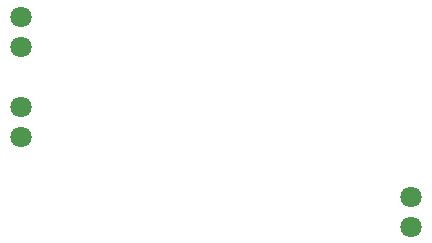
<source format=gbp>
%TF.GenerationSoftware,KiCad,Pcbnew,5.0.2-bee76a0~70~ubuntu18.04.1*%
%TF.CreationDate,2019-09-23T12:17:33+02:00*%
%TF.ProjectId,HVPS_SMD,48565053-5f53-44d4-942e-6b696361645f,rev?*%
%TF.SameCoordinates,Original*%
%TF.FileFunction,Paste,Bot*%
%TF.FilePolarity,Positive*%
%FSLAX46Y46*%
G04 Gerber Fmt 4.6, Leading zero omitted, Abs format (unit mm)*
G04 Created by KiCad (PCBNEW 5.0.2-bee76a0~70~ubuntu18.04.1) date Mo 23 Sep 2019 12:17:33 CEST*
%MOMM*%
%LPD*%
G01*
G04 APERTURE LIST*
%ADD10C,1.799600*%
G04 APERTURE END LIST*
D10*
X213360000Y-81280000D03*
X213360000Y-78740000D03*
X180340000Y-66040000D03*
X180340000Y-63500000D03*
X180340000Y-71120000D03*
X180340000Y-73660000D03*
M02*

</source>
